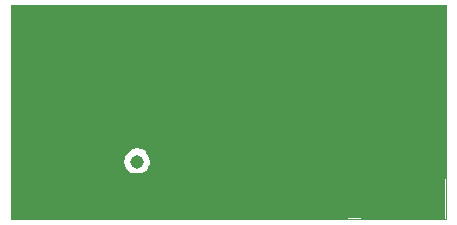
<source format=gbl>
%FSLAX23Y23*%
%MOIN*%
G70*
G01*
G75*
G04 Layer_Physical_Order=3*
G04 Layer_Color=16711680*
%ADD10R,0.025X0.020*%
%ADD11R,0.118X0.053*%
%ADD12R,0.053X0.030*%
%ADD13R,0.020X0.030*%
%ADD14R,0.028X0.012*%
%ADD15R,0.060X0.050*%
%ADD16R,0.040X0.014*%
%ADD17R,0.030X0.020*%
%ADD18O,0.018X0.067*%
%ADD19R,0.016X0.033*%
%ADD20R,0.045X0.014*%
%ADD21R,0.091X0.091*%
%ADD22R,0.045X0.045*%
%ADD23R,0.091X0.028*%
%ADD24R,0.035X0.020*%
%ADD25R,0.012X0.028*%
%ADD26R,0.030X0.030*%
%ADD27R,0.031X0.028*%
%ADD28R,0.050X0.060*%
%ADD29R,0.030X0.030*%
%ADD30R,0.016X0.033*%
%ADD31R,0.031X0.028*%
%ADD32R,0.040X0.040*%
%ADD33C,0.007*%
%ADD34C,0.012*%
%ADD35C,0.050*%
%ADD36C,0.008*%
%ADD37C,0.040*%
%ADD38C,0.015*%
%ADD39C,0.010*%
%ADD40C,0.045*%
%ADD41C,0.035*%
%ADD42C,0.030*%
%ADD43C,0.020*%
%ADD44C,0.025*%
%ADD45R,0.050X0.041*%
%ADD46R,0.349X0.072*%
%ADD47R,0.556X0.105*%
%ADD48R,0.054X0.028*%
%ADD49R,0.063X0.044*%
%ADD50R,0.164X0.141*%
%ADD51R,0.034X0.045*%
%ADD52R,0.035X0.045*%
%ADD53R,0.071X0.041*%
%ADD54R,0.059X0.042*%
%ADD55R,0.062X0.030*%
%ADD56R,1.204X0.056*%
%ADD57R,0.147X0.435*%
%ADD58R,0.095X0.041*%
%ADD59R,0.024X0.051*%
%ADD60R,0.032X0.057*%
%ADD61R,0.149X0.141*%
%ADD62R,0.074X0.050*%
%ADD63C,0.002*%
%ADD64O,0.070X0.090*%
%ADD65C,0.045*%
%ADD66C,0.142*%
%ADD67C,0.020*%
%ADD68C,0.026*%
%ADD69C,0.025*%
%ADD70R,0.057X0.074*%
%ADD71R,0.175X0.176*%
%ADD72R,0.173X0.195*%
%ADD73R,0.217X0.172*%
%ADD74R,0.080X0.071*%
%ADD75R,0.442X0.095*%
%ADD76R,0.071X0.057*%
%ADD77R,0.180X0.107*%
%ADD78R,0.202X0.151*%
%ADD79R,0.209X0.141*%
%ADD80R,0.213X0.084*%
%ADD81R,0.137X0.186*%
%ADD82R,0.236X0.089*%
%ADD83R,0.073X0.070*%
%ADD84R,0.146X0.087*%
%ADD85R,0.079X0.072*%
%ADD86R,0.073X0.086*%
%ADD87R,0.073X0.081*%
%ADD88R,0.182X0.170*%
%ADD89R,0.173X0.225*%
%ADD90R,0.086X0.096*%
%ADD91R,0.118X0.063*%
%ADD92R,0.341X0.153*%
%ADD93R,0.180X0.170*%
G36*
X1506Y-213D02*
X1494Y-222D01*
X1483Y-236D01*
X1475Y-252D01*
X1469Y-269D01*
X1468Y-282D01*
X1559D01*
Y-287D01*
X1564D01*
Y-378D01*
X1577Y-377D01*
X1594Y-371D01*
X1610Y-363D01*
X1624Y-352D01*
X1628Y-346D01*
X1633Y-348D01*
Y-504D01*
X1628Y-506D01*
X1624Y-500D01*
X1610Y-489D01*
X1594Y-481D01*
X1577Y-475D01*
X1564Y-474D01*
Y-565D01*
Y-656D01*
X1577Y-655D01*
X1594Y-649D01*
X1610Y-641D01*
X1624Y-630D01*
X1628Y-624D01*
X1633Y-626D01*
Y-786D01*
X1628Y-787D01*
X1623Y-780D01*
X1609Y-769D01*
X1593Y-761D01*
X1576Y-755D01*
X1563Y-754D01*
Y-845D01*
X1558D01*
Y-850D01*
X1467D01*
X1468Y-863D01*
X1469Y-865D01*
X1465Y-868D01*
X1460Y-866D01*
X1457Y-865D01*
Y-895D01*
X1452D01*
Y-900D01*
X1422D01*
X1423Y-903D01*
X1426Y-910D01*
X1431Y-916D01*
X1432Y-917D01*
X1430Y-922D01*
X1350D01*
X1348Y-917D01*
X1353Y-911D01*
X1356Y-904D01*
X1357Y-901D01*
X1297D01*
X1298Y-904D01*
X1301Y-911D01*
X1306Y-917D01*
X1304Y-922D01*
X1118D01*
X1115Y-918D01*
X1117Y-915D01*
X1120Y-908D01*
X1121Y-905D01*
X1061D01*
X1062Y-908D01*
X1065Y-915D01*
X1067Y-918D01*
X1064Y-922D01*
X876D01*
X874Y-917D01*
X875Y-916D01*
X880Y-910D01*
X883Y-903D01*
X884Y-900D01*
X824D01*
X825Y-903D01*
X828Y-910D01*
X833Y-916D01*
X834Y-917D01*
X832Y-922D01*
X756D01*
X754Y-917D01*
X756Y-915D01*
X761Y-909D01*
X764Y-902D01*
X765Y-899D01*
X705D01*
X706Y-902D01*
X709Y-909D01*
X714Y-915D01*
X716Y-917D01*
X714Y-922D01*
X623D01*
X622Y-917D01*
X625Y-914D01*
X630Y-908D01*
X633Y-901D01*
X634Y-898D01*
X574D01*
X575Y-901D01*
X578Y-908D01*
X583Y-914D01*
X586Y-917D01*
X585Y-922D01*
X488D01*
X487Y-917D01*
X490Y-914D01*
X495Y-908D01*
X498Y-901D01*
X499Y-898D01*
X439D01*
X440Y-901D01*
X443Y-908D01*
X448Y-914D01*
X451Y-917D01*
X450Y-922D01*
X315D01*
X313Y-917D01*
X323Y-910D01*
X334Y-896D01*
X342Y-880D01*
X348Y-863D01*
X349Y-850D01*
X258D01*
Y-845D01*
X253D01*
Y-754D01*
X240Y-755D01*
X223Y-761D01*
X207Y-769D01*
X193Y-780D01*
X189Y-786D01*
X184Y-784D01*
Y-626D01*
X189Y-625D01*
X194Y-632D01*
X196Y-633D01*
X196Y-635D01*
X195Y-638D01*
X225D01*
Y-643D01*
X230D01*
Y-673D01*
X233Y-672D01*
X240Y-669D01*
X245Y-665D01*
X251Y-669D01*
X258Y-672D01*
X261Y-673D01*
Y-643D01*
X271D01*
Y-673D01*
X274Y-672D01*
X281Y-669D01*
X287Y-664D01*
X291D01*
X297Y-669D01*
X304Y-672D01*
X307Y-673D01*
Y-643D01*
X312D01*
Y-638D01*
X342D01*
X341Y-635D01*
X338Y-628D01*
X333Y-622D01*
X333Y-620D01*
X335Y-618D01*
X343Y-602D01*
X349Y-585D01*
X350Y-572D01*
X259D01*
Y-567D01*
X254D01*
Y-476D01*
X241Y-477D01*
X224Y-483D01*
X208Y-491D01*
X194Y-502D01*
X189Y-509D01*
X184Y-508D01*
Y-347D01*
X189Y-345D01*
X193Y-351D01*
X207Y-362D01*
X223Y-370D01*
X240Y-376D01*
X253Y-377D01*
Y-286D01*
X258D01*
Y-281D01*
X349D01*
X348Y-268D01*
X342Y-251D01*
X334Y-235D01*
X323Y-221D01*
X309Y-210D01*
X309Y-208D01*
X1504D01*
X1506Y-213D01*
D02*
G37*
%LPC*%
G36*
X1350Y-751D02*
X1347Y-752D01*
X1340Y-755D01*
X1334Y-760D01*
X1333Y-761D01*
X1328D01*
X1327Y-761D01*
X1321Y-756D01*
X1314Y-753D01*
X1311Y-752D01*
Y-782D01*
X1301D01*
Y-752D01*
X1298Y-753D01*
X1291Y-756D01*
X1285Y-761D01*
X1284Y-762D01*
X1279D01*
X1278Y-762D01*
X1272Y-757D01*
X1265Y-754D01*
X1262Y-753D01*
Y-783D01*
X1257D01*
Y-788D01*
X1227D01*
X1228Y-791D01*
X1230Y-797D01*
X1228Y-803D01*
X1227Y-806D01*
X1257D01*
Y-811D01*
X1262D01*
Y-841D01*
X1265Y-840D01*
X1272Y-837D01*
X1278Y-833D01*
X1283Y-833D01*
X1285Y-835D01*
X1291Y-840D01*
X1298Y-843D01*
X1301Y-844D01*
Y-814D01*
X1311D01*
Y-844D01*
X1314Y-843D01*
X1321Y-840D01*
X1327Y-835D01*
X1329Y-833D01*
X1334D01*
X1336Y-835D01*
X1342Y-840D01*
X1349Y-843D01*
X1352Y-844D01*
Y-814D01*
X1357D01*
Y-809D01*
X1387D01*
X1386Y-806D01*
X1383Y-799D01*
X1381Y-796D01*
X1381Y-796D01*
X1384Y-789D01*
X1385Y-786D01*
X1355D01*
Y-781D01*
X1350D01*
Y-751D01*
D02*
G37*
G36*
X1360D02*
Y-776D01*
X1385D01*
X1384Y-773D01*
X1381Y-766D01*
X1376Y-760D01*
X1370Y-755D01*
X1363Y-752D01*
X1360Y-751D01*
D02*
G37*
G36*
X1252Y-753D02*
X1249Y-754D01*
X1242Y-757D01*
X1236Y-762D01*
X1231Y-768D01*
X1228Y-775D01*
X1227Y-778D01*
X1252D01*
Y-753D01*
D02*
G37*
G36*
X932Y-666D02*
X929Y-667D01*
X922Y-670D01*
X916Y-675D01*
X911Y-681D01*
X908Y-688D01*
X907Y-691D01*
X932D01*
Y-666D01*
D02*
G37*
G36*
X1077Y-701D02*
X1052D01*
Y-725D01*
X1055Y-725D01*
X1062Y-722D01*
X1068Y-717D01*
X1073Y-711D01*
X1076Y-703D01*
X1077Y-701D01*
D02*
G37*
G36*
X932Y-701D02*
X907D01*
X908Y-704D01*
X911Y-711D01*
X916Y-717D01*
X922Y-722D01*
X929Y-725D01*
X932Y-726D01*
Y-701D01*
D02*
G37*
G36*
X524Y-773D02*
Y-798D01*
X549D01*
X548Y-795D01*
X545Y-788D01*
X540Y-782D01*
X534Y-777D01*
X527Y-774D01*
X524Y-773D01*
D02*
G37*
G36*
X640Y-676D02*
X580D01*
X581Y-679D01*
X584Y-686D01*
X585Y-687D01*
X583Y-692D01*
X582Y-693D01*
X573Y-700D01*
X566Y-709D01*
X562Y-719D01*
X560Y-730D01*
X562Y-741D01*
X566Y-751D01*
X573Y-760D01*
X582Y-767D01*
X587Y-769D01*
X589Y-774D01*
X586Y-780D01*
X585Y-794D01*
Y-799D01*
X635D01*
Y-758D01*
X640Y-751D01*
X644Y-741D01*
X645Y-739D01*
X645Y-739D01*
X646Y-730D01*
X644Y-719D01*
X640Y-709D01*
X633Y-700D01*
X631Y-698D01*
Y-693D01*
X631Y-692D01*
X636Y-686D01*
X639Y-679D01*
X640Y-676D01*
D02*
G37*
G36*
X427Y-739D02*
Y-799D01*
X477D01*
Y-794D01*
X476Y-780D01*
X470Y-766D01*
X461Y-755D01*
X450Y-746D01*
X436Y-740D01*
X427Y-739D01*
D02*
G37*
G36*
X417D02*
X408Y-740D01*
X394Y-746D01*
X383Y-755D01*
X374Y-766D01*
X368Y-780D01*
X367Y-794D01*
Y-799D01*
X417D01*
Y-739D01*
D02*
G37*
G36*
X645D02*
Y-799D01*
X695D01*
Y-794D01*
X694Y-780D01*
X688Y-766D01*
X679Y-755D01*
X668Y-746D01*
X654Y-740D01*
X645Y-739D01*
D02*
G37*
G36*
X514Y-773D02*
X511Y-774D01*
X504Y-777D01*
X498Y-782D01*
X493Y-788D01*
X490Y-795D01*
X489Y-798D01*
X514D01*
Y-773D01*
D02*
G37*
G36*
X827Y-774D02*
Y-799D01*
X852D01*
X851Y-796D01*
X848Y-789D01*
X843Y-783D01*
X837Y-778D01*
X830Y-775D01*
X827Y-774D01*
D02*
G37*
G36*
X817D02*
X814Y-775D01*
X807Y-778D01*
X801Y-783D01*
X796Y-789D01*
X793Y-796D01*
X792Y-799D01*
X817D01*
Y-774D01*
D02*
G37*
G36*
X1220Y-590D02*
X1195D01*
X1196Y-593D01*
X1199Y-600D01*
X1204Y-606D01*
X1210Y-611D01*
X1217Y-614D01*
X1220Y-615D01*
Y-590D01*
D02*
G37*
G36*
X1012Y-610D02*
X1008Y-610D01*
X1000Y-614D01*
X993Y-619D01*
X993D01*
X986Y-614D01*
X978Y-610D01*
X974Y-610D01*
Y-642D01*
X969D01*
Y-647D01*
X937D01*
X937Y-651D01*
X941Y-659D01*
X943Y-662D01*
X940Y-666D01*
X942Y-666D01*
Y-696D01*
Y-726D01*
X945Y-725D01*
X952Y-722D01*
X956Y-720D01*
X961Y-722D01*
X964Y-722D01*
Y-690D01*
X974D01*
Y-722D01*
X978Y-722D01*
X986Y-718D01*
X993Y-713D01*
X993D01*
X1000Y-718D01*
X1008Y-722D01*
X1012Y-722D01*
Y-690D01*
X1022D01*
Y-722D01*
X1025Y-722D01*
X1030Y-720D01*
X1032Y-722D01*
X1039Y-725D01*
X1042Y-725D01*
Y-696D01*
Y-666D01*
X1046Y-665D01*
X1044Y-661D01*
X1045Y-659D01*
X1049Y-651D01*
X1049Y-647D01*
X1017D01*
Y-642D01*
X1012D01*
Y-610D01*
D02*
G37*
G36*
X1022D02*
Y-637D01*
X1049D01*
X1049Y-634D01*
X1045Y-626D01*
X1040Y-619D01*
X1033Y-614D01*
X1025Y-610D01*
X1022Y-610D01*
D02*
G37*
G36*
X604Y-587D02*
X601Y-588D01*
X594Y-591D01*
X588Y-596D01*
X583Y-602D01*
X580Y-609D01*
X579Y-612D01*
X604D01*
Y-587D01*
D02*
G37*
G36*
X958Y-556D02*
X934D01*
X934Y-559D01*
X937Y-566D01*
X942Y-572D01*
X948Y-577D01*
X956Y-580D01*
X958Y-581D01*
Y-556D01*
D02*
G37*
G36*
X1355Y-576D02*
Y-601D01*
X1380D01*
X1379Y-598D01*
X1376Y-591D01*
X1371Y-585D01*
X1365Y-580D01*
X1358Y-577D01*
X1355Y-576D01*
D02*
G37*
G36*
X614Y-587D02*
Y-612D01*
X639D01*
X638Y-609D01*
X635Y-602D01*
X630Y-596D01*
X624Y-591D01*
X617Y-588D01*
X614Y-587D01*
D02*
G37*
G36*
X964Y-610D02*
X961Y-610D01*
X953Y-614D01*
X946Y-619D01*
X941Y-626D01*
X937Y-634D01*
X937Y-637D01*
X964D01*
Y-610D01*
D02*
G37*
G36*
X342Y-648D02*
X317D01*
Y-673D01*
X320Y-672D01*
X327Y-669D01*
X333Y-664D01*
X338Y-658D01*
X341Y-651D01*
X342Y-648D01*
D02*
G37*
G36*
X220D02*
X195D01*
X196Y-651D01*
X199Y-658D01*
X204Y-664D01*
X210Y-669D01*
X217Y-672D01*
X220Y-673D01*
Y-648D01*
D02*
G37*
G36*
X1052Y-666D02*
Y-691D01*
X1077D01*
X1076Y-688D01*
X1073Y-680D01*
X1068Y-674D01*
X1062Y-669D01*
X1055Y-666D01*
X1052Y-666D01*
D02*
G37*
G36*
X1263Y-643D02*
X1238D01*
X1239Y-646D01*
X1242Y-653D01*
X1247Y-659D01*
X1253Y-664D01*
X1260Y-667D01*
X1263Y-668D01*
Y-643D01*
D02*
G37*
G36*
X1554Y-570D02*
X1468D01*
X1469Y-583D01*
X1475Y-600D01*
X1483Y-616D01*
X1494Y-630D01*
X1508Y-641D01*
X1524Y-649D01*
X1541Y-655D01*
X1554Y-656D01*
Y-570D01*
D02*
G37*
G36*
X639Y-622D02*
X579D01*
X580Y-625D01*
X583Y-632D01*
X588Y-638D01*
X592Y-642D01*
Y-647D01*
X589Y-650D01*
X584Y-656D01*
X581Y-663D01*
X580Y-666D01*
X640D01*
X639Y-663D01*
X636Y-656D01*
X631Y-650D01*
X625Y-645D01*
X624Y-644D01*
Y-643D01*
X630Y-638D01*
X635Y-632D01*
X638Y-625D01*
X639Y-622D01*
D02*
G37*
G36*
X1381Y-643D02*
X1356D01*
Y-668D01*
X1359Y-667D01*
X1366Y-664D01*
X1372Y-659D01*
X1377Y-653D01*
X1380Y-646D01*
X1381Y-643D01*
D02*
G37*
G36*
X464Y-863D02*
X461Y-864D01*
X454Y-867D01*
X448Y-872D01*
X443Y-878D01*
X440Y-885D01*
X439Y-888D01*
X464D01*
Y-863D01*
D02*
G37*
G36*
X1005Y-828D02*
Y-858D01*
Y-888D01*
X1008Y-887D01*
X1015Y-884D01*
X1016Y-883D01*
X1019Y-885D01*
X1026Y-888D01*
X1029Y-889D01*
Y-859D01*
Y-829D01*
X1026Y-830D01*
X1019Y-833D01*
X1018Y-834D01*
X1015Y-832D01*
X1008Y-829D01*
X1005Y-828D01*
D02*
G37*
G36*
X740Y-864D02*
Y-889D01*
X765D01*
X764Y-886D01*
X761Y-879D01*
X756Y-873D01*
X750Y-868D01*
X743Y-865D01*
X740Y-864D01*
D02*
G37*
G36*
X474Y-863D02*
Y-888D01*
X499D01*
X498Y-885D01*
X495Y-878D01*
X490Y-872D01*
X484Y-867D01*
X477Y-864D01*
X474Y-863D01*
D02*
G37*
G36*
X477Y-809D02*
X427D01*
Y-869D01*
X436Y-868D01*
X450Y-862D01*
X461Y-853D01*
X470Y-842D01*
X476Y-828D01*
X477Y-814D01*
Y-809D01*
D02*
G37*
G36*
X417D02*
X367D01*
Y-814D01*
X368Y-828D01*
X374Y-842D01*
X383Y-853D01*
X394Y-862D01*
X408Y-868D01*
X417Y-869D01*
Y-809D01*
D02*
G37*
G36*
X599Y-863D02*
X596Y-864D01*
X589Y-867D01*
X583Y-872D01*
X578Y-878D01*
X575Y-885D01*
X574Y-888D01*
X599D01*
Y-863D01*
D02*
G37*
G36*
X1332Y-866D02*
Y-891D01*
X1357D01*
X1356Y-888D01*
X1353Y-881D01*
X1348Y-875D01*
X1342Y-870D01*
X1335Y-867D01*
X1332Y-866D01*
D02*
G37*
G36*
X1322D02*
X1319Y-867D01*
X1312Y-870D01*
X1306Y-875D01*
X1301Y-881D01*
X1298Y-888D01*
X1297Y-891D01*
X1322D01*
Y-866D01*
D02*
G37*
G36*
X1039Y-829D02*
Y-859D01*
Y-889D01*
X1042Y-888D01*
X1049Y-885D01*
X1053Y-882D01*
X1059Y-886D01*
X1060Y-887D01*
X1062Y-891D01*
X1062Y-892D01*
X1061Y-895D01*
X1121D01*
X1120Y-892D01*
X1117Y-885D01*
X1112Y-879D01*
X1106Y-874D01*
X1105Y-873D01*
X1103Y-869D01*
X1103Y-868D01*
X1104Y-865D01*
X1074D01*
Y-860D01*
X1069D01*
Y-830D01*
X1066Y-831D01*
X1059Y-834D01*
X1055Y-837D01*
X1049Y-833D01*
X1042Y-830D01*
X1039Y-829D01*
D02*
G37*
G36*
X849Y-865D02*
X846Y-866D01*
X839Y-869D01*
X833Y-874D01*
X828Y-880D01*
X825Y-887D01*
X824Y-890D01*
X849D01*
Y-865D01*
D02*
G37*
G36*
X730Y-864D02*
X727Y-865D01*
X720Y-868D01*
X714Y-873D01*
X709Y-879D01*
X706Y-886D01*
X705Y-889D01*
X730D01*
Y-864D01*
D02*
G37*
G36*
X936Y-829D02*
Y-859D01*
Y-889D01*
X939Y-888D01*
X946Y-885D01*
X947Y-886D01*
X954Y-889D01*
X957Y-890D01*
Y-860D01*
Y-830D01*
X954Y-831D01*
X947Y-834D01*
X946Y-833D01*
X939Y-830D01*
X936Y-829D01*
D02*
G37*
G36*
X1447Y-865D02*
X1444Y-866D01*
X1437Y-869D01*
X1431Y-874D01*
X1426Y-880D01*
X1423Y-887D01*
X1422Y-890D01*
X1447D01*
Y-865D01*
D02*
G37*
G36*
X635Y-809D02*
X585D01*
Y-814D01*
X586Y-828D01*
X592Y-842D01*
X601Y-853D01*
X607Y-858D01*
X605Y-863D01*
X609Y-863D01*
Y-888D01*
X634D01*
X633Y-885D01*
X630Y-878D01*
X626Y-872D01*
X628Y-868D01*
X635Y-869D01*
Y-809D01*
D02*
G37*
G36*
X926Y-829D02*
X923Y-830D01*
X916Y-833D01*
X912Y-836D01*
X905Y-833D01*
X902Y-832D01*
Y-862D01*
Y-892D01*
X905Y-891D01*
X912Y-888D01*
X916Y-885D01*
X923Y-888D01*
X926Y-889D01*
Y-859D01*
Y-829D01*
D02*
G37*
G36*
X995Y-828D02*
X992Y-829D01*
X985Y-832D01*
X980Y-836D01*
X977Y-834D01*
X970Y-831D01*
X967Y-830D01*
Y-860D01*
Y-890D01*
X970Y-889D01*
X977Y-886D01*
X982Y-882D01*
X985Y-884D01*
X992Y-887D01*
X995Y-888D01*
Y-858D01*
Y-828D01*
D02*
G37*
G36*
X1553Y-754D02*
X1540Y-755D01*
X1523Y-761D01*
X1507Y-769D01*
X1493Y-780D01*
X1482Y-794D01*
X1474Y-810D01*
X1468Y-827D01*
X1467Y-840D01*
X1553D01*
Y-754D01*
D02*
G37*
G36*
X817Y-809D02*
X792D01*
X793Y-812D01*
X796Y-819D01*
X801Y-825D01*
X807Y-830D01*
X814Y-833D01*
X817Y-834D01*
Y-809D01*
D02*
G37*
G36*
X549Y-808D02*
X524D01*
Y-833D01*
X527Y-832D01*
X534Y-829D01*
X540Y-824D01*
X545Y-818D01*
X548Y-811D01*
X549Y-808D01*
D02*
G37*
G36*
X514D02*
X489D01*
X490Y-811D01*
X493Y-818D01*
X498Y-824D01*
X504Y-829D01*
X511Y-832D01*
X514Y-833D01*
Y-808D01*
D02*
G37*
G36*
X852Y-809D02*
X827D01*
Y-834D01*
X830Y-833D01*
X837Y-830D01*
X843Y-825D01*
X848Y-819D01*
X851Y-812D01*
X852Y-809D01*
D02*
G37*
G36*
X892Y-832D02*
X889Y-833D01*
X882Y-836D01*
X876Y-841D01*
X871Y-847D01*
X868Y-854D01*
X867Y-857D01*
X892D01*
Y-832D01*
D02*
G37*
G36*
X867Y-863D02*
X863Y-866D01*
X862Y-866D01*
X859Y-865D01*
Y-890D01*
X884D01*
X884Y-894D01*
X888Y-891D01*
X889Y-891D01*
X892Y-892D01*
Y-867D01*
X867D01*
X867Y-863D01*
D02*
G37*
G36*
X695Y-809D02*
X645D01*
Y-869D01*
X654Y-868D01*
X668Y-862D01*
X679Y-853D01*
X688Y-842D01*
X694Y-828D01*
X695Y-814D01*
Y-809D01*
D02*
G37*
G36*
X1079Y-830D02*
Y-855D01*
X1104D01*
X1103Y-852D01*
X1100Y-845D01*
X1095Y-839D01*
X1089Y-834D01*
X1082Y-831D01*
X1079Y-830D01*
D02*
G37*
G36*
X263Y-754D02*
Y-840D01*
X349D01*
X348Y-827D01*
X342Y-810D01*
X334Y-794D01*
X323Y-780D01*
X309Y-769D01*
X293Y-761D01*
X276Y-755D01*
X263Y-754D01*
D02*
G37*
G36*
X1252Y-816D02*
X1227D01*
X1228Y-819D01*
X1231Y-826D01*
X1236Y-832D01*
X1242Y-837D01*
X1249Y-840D01*
X1252Y-841D01*
Y-816D01*
D02*
G37*
G36*
X1387Y-819D02*
X1362D01*
Y-844D01*
X1365Y-843D01*
X1372Y-840D01*
X1378Y-835D01*
X1383Y-829D01*
X1386Y-822D01*
X1387Y-819D01*
D02*
G37*
G36*
X1193Y-359D02*
X1168D01*
Y-384D01*
X1171Y-383D01*
X1178Y-380D01*
X1184Y-375D01*
X1189Y-369D01*
X1192Y-362D01*
X1193Y-359D01*
D02*
G37*
G36*
X1158D02*
X1133D01*
X1134Y-362D01*
X1137Y-369D01*
X1142Y-375D01*
X1148Y-380D01*
X1155Y-383D01*
X1158Y-384D01*
Y-359D01*
D02*
G37*
G36*
X1338Y-383D02*
X1335Y-384D01*
X1328Y-387D01*
X1322Y-392D01*
X1317Y-393D01*
X1311Y-388D01*
X1304Y-385D01*
X1301Y-384D01*
Y-414D01*
Y-444D01*
X1304Y-443D01*
X1311Y-440D01*
X1317Y-435D01*
X1322Y-434D01*
X1328Y-439D01*
X1335Y-442D01*
X1338Y-443D01*
Y-413D01*
Y-383D01*
D02*
G37*
G36*
X772Y-356D02*
X769Y-357D01*
X762Y-360D01*
X756Y-365D01*
X751Y-371D01*
X748Y-378D01*
X747Y-381D01*
X772D01*
Y-356D01*
D02*
G37*
G36*
X349Y-291D02*
X263D01*
Y-377D01*
X276Y-376D01*
X293Y-370D01*
X309Y-362D01*
X323Y-351D01*
X334Y-337D01*
X342Y-321D01*
X348Y-304D01*
X349Y-291D01*
D02*
G37*
G36*
X1554Y-292D02*
X1468D01*
X1469Y-305D01*
X1475Y-322D01*
X1483Y-338D01*
X1494Y-352D01*
X1508Y-363D01*
X1524Y-371D01*
X1541Y-377D01*
X1554Y-378D01*
Y-292D01*
D02*
G37*
G36*
X782Y-356D02*
Y-381D01*
X807D01*
X806Y-378D01*
X803Y-371D01*
X798Y-365D01*
X792Y-360D01*
X785Y-357D01*
X782Y-356D01*
D02*
G37*
G36*
X925Y-384D02*
X900D01*
X901Y-387D01*
X904Y-394D01*
X909Y-400D01*
X915Y-405D01*
X922Y-408D01*
X925Y-409D01*
Y-384D01*
D02*
G37*
G36*
X1291Y-384D02*
X1288Y-385D01*
X1281Y-388D01*
X1275Y-393D01*
X1270Y-399D01*
X1267Y-406D01*
X1266Y-409D01*
X1291D01*
Y-384D01*
D02*
G37*
G36*
X1431Y-389D02*
Y-414D01*
X1456D01*
X1455Y-411D01*
X1452Y-404D01*
X1447Y-398D01*
X1441Y-393D01*
X1434Y-390D01*
X1431Y-389D01*
D02*
G37*
G36*
X960Y-384D02*
X935D01*
Y-409D01*
X938Y-408D01*
X945Y-405D01*
X951Y-400D01*
X956Y-394D01*
X959Y-387D01*
X960Y-384D01*
D02*
G37*
G36*
X1030Y-372D02*
X1005D01*
Y-397D01*
X1008Y-396D01*
X1015Y-393D01*
X1021Y-388D01*
X1026Y-382D01*
X1029Y-375D01*
X1030Y-372D01*
D02*
G37*
G36*
X995D02*
X970D01*
X971Y-375D01*
X974Y-382D01*
X979Y-388D01*
X985Y-393D01*
X992Y-396D01*
X995Y-397D01*
Y-372D01*
D02*
G37*
G36*
X1348Y-383D02*
Y-408D01*
X1373D01*
X1372Y-405D01*
X1369Y-398D01*
X1364Y-392D01*
X1358Y-387D01*
X1351Y-384D01*
X1348Y-383D01*
D02*
G37*
G36*
X925Y-349D02*
X922Y-350D01*
X915Y-353D01*
X909Y-358D01*
X904Y-364D01*
X901Y-371D01*
X900Y-374D01*
X925D01*
Y-349D01*
D02*
G37*
G36*
X1167Y-287D02*
Y-312D01*
X1192D01*
X1191Y-309D01*
X1188Y-302D01*
X1183Y-296D01*
X1177Y-291D01*
X1170Y-288D01*
X1167Y-287D01*
D02*
G37*
G36*
X1157D02*
X1154Y-288D01*
X1147Y-291D01*
X1141Y-296D01*
X1136Y-302D01*
X1133Y-309D01*
X1132Y-312D01*
X1157D01*
Y-287D01*
D02*
G37*
G36*
X762Y-318D02*
X737D01*
Y-343D01*
X740Y-342D01*
X747Y-339D01*
X753Y-334D01*
X758Y-328D01*
X761Y-321D01*
X762Y-318D01*
D02*
G37*
G36*
X634Y-284D02*
X631Y-285D01*
X624Y-288D01*
X618Y-293D01*
X613Y-299D01*
X610Y-306D01*
X609Y-309D01*
X634D01*
Y-284D01*
D02*
G37*
G36*
X737Y-283D02*
Y-308D01*
X762D01*
X761Y-305D01*
X758Y-298D01*
X753Y-292D01*
X747Y-287D01*
X740Y-284D01*
X737Y-283D01*
D02*
G37*
G36*
X727D02*
X724Y-284D01*
X717Y-287D01*
X711Y-292D01*
X706Y-298D01*
X703Y-305D01*
X702Y-308D01*
X727D01*
Y-283D01*
D02*
G37*
G36*
X644Y-284D02*
Y-309D01*
X669D01*
X668Y-306D01*
X665Y-299D01*
X660Y-293D01*
X654Y-288D01*
X647Y-285D01*
X644Y-284D01*
D02*
G37*
G36*
X1005Y-337D02*
Y-362D01*
X1030D01*
X1029Y-359D01*
X1026Y-352D01*
X1021Y-346D01*
X1015Y-341D01*
X1008Y-338D01*
X1005Y-337D01*
D02*
G37*
G36*
X995D02*
X992Y-338D01*
X985Y-341D01*
X979Y-346D01*
X974Y-352D01*
X971Y-359D01*
X970Y-362D01*
X995D01*
Y-337D01*
D02*
G37*
G36*
X935Y-349D02*
Y-374D01*
X960D01*
X959Y-371D01*
X956Y-364D01*
X951Y-358D01*
X945Y-353D01*
X938Y-350D01*
X935Y-349D01*
D02*
G37*
G36*
X1192Y-322D02*
X1132D01*
X1133Y-325D01*
X1136Y-332D01*
X1139Y-336D01*
X1137Y-339D01*
X1134Y-346D01*
X1133Y-349D01*
X1193D01*
X1192Y-346D01*
X1189Y-339D01*
X1186Y-335D01*
X1188Y-332D01*
X1191Y-325D01*
X1192Y-322D01*
D02*
G37*
G36*
X727Y-318D02*
X702D01*
X703Y-321D01*
X706Y-328D01*
X711Y-334D01*
X717Y-339D01*
X724Y-342D01*
X727Y-343D01*
Y-318D01*
D02*
G37*
G36*
X669Y-319D02*
X644D01*
Y-344D01*
X647Y-343D01*
X654Y-340D01*
X660Y-335D01*
X665Y-329D01*
X668Y-322D01*
X669Y-319D01*
D02*
G37*
G36*
X634D02*
X609D01*
X610Y-322D01*
X613Y-329D01*
X618Y-335D01*
X624Y-340D01*
X631Y-343D01*
X634Y-344D01*
Y-319D01*
D02*
G37*
G36*
X1045Y-520D02*
Y-545D01*
X1070D01*
X1069Y-542D01*
X1066Y-535D01*
X1061Y-529D01*
X1055Y-524D01*
X1048Y-521D01*
X1045Y-520D01*
D02*
G37*
G36*
X958Y-521D02*
X956Y-522D01*
X948Y-525D01*
X942Y-530D01*
X937Y-536D01*
X934Y-543D01*
X934Y-546D01*
X958D01*
Y-521D01*
D02*
G37*
G36*
X1554Y-474D02*
X1541Y-475D01*
X1524Y-481D01*
X1508Y-489D01*
X1494Y-500D01*
X1483Y-514D01*
X1475Y-530D01*
X1469Y-547D01*
X1468Y-560D01*
X1554D01*
Y-474D01*
D02*
G37*
G36*
X1112Y-510D02*
X1109Y-511D01*
X1102Y-514D01*
X1096Y-519D01*
X1091Y-525D01*
X1088Y-532D01*
X1087Y-535D01*
X1112D01*
Y-510D01*
D02*
G37*
G36*
X1035Y-520D02*
X1032Y-521D01*
X1025Y-524D01*
X1021Y-527D01*
X1018Y-525D01*
X1011Y-522D01*
X1008Y-521D01*
Y-551D01*
Y-581D01*
X1011Y-580D01*
X1018Y-577D01*
X1022Y-574D01*
X1025Y-576D01*
X1032Y-579D01*
X1035Y-580D01*
Y-550D01*
Y-520D01*
D02*
G37*
G36*
X998Y-521D02*
X995Y-522D01*
X988Y-525D01*
X983Y-528D01*
X979Y-525D01*
X971Y-522D01*
X968Y-521D01*
Y-551D01*
Y-581D01*
X971Y-580D01*
X979Y-577D01*
X983Y-574D01*
X988Y-577D01*
X995Y-580D01*
X998Y-581D01*
Y-551D01*
Y-521D01*
D02*
G37*
G36*
X1122Y-510D02*
Y-535D01*
X1147D01*
X1146Y-532D01*
X1143Y-525D01*
X1138Y-519D01*
X1132Y-514D01*
X1125Y-511D01*
X1122Y-510D01*
D02*
G37*
G36*
X1287Y-548D02*
Y-573D01*
X1312D01*
X1311Y-570D01*
X1308Y-563D01*
X1303Y-557D01*
X1297Y-552D01*
X1290Y-549D01*
X1287Y-548D01*
D02*
G37*
G36*
X1070Y-555D02*
X1045D01*
Y-580D01*
X1048Y-579D01*
X1055Y-576D01*
X1061Y-571D01*
X1066Y-565D01*
X1069Y-558D01*
X1070Y-555D01*
D02*
G37*
G36*
X1220Y-555D02*
X1217Y-556D01*
X1210Y-559D01*
X1204Y-564D01*
X1199Y-570D01*
X1196Y-577D01*
X1195Y-580D01*
X1220D01*
Y-555D01*
D02*
G37*
G36*
X1112Y-545D02*
X1087D01*
X1088Y-548D01*
X1091Y-555D01*
X1096Y-561D01*
X1102Y-566D01*
X1109Y-569D01*
X1112Y-570D01*
Y-545D01*
D02*
G37*
G36*
X264Y-476D02*
Y-562D01*
X350D01*
X349Y-549D01*
X343Y-532D01*
X335Y-516D01*
X324Y-502D01*
X310Y-491D01*
X294Y-483D01*
X277Y-477D01*
X264Y-476D01*
D02*
G37*
G36*
X1277Y-548D02*
X1274Y-549D01*
X1267Y-552D01*
X1261Y-557D01*
X1256Y-563D01*
X1254Y-567D01*
X1249Y-567D01*
X1246Y-564D01*
X1240Y-559D01*
X1233Y-556D01*
X1230Y-555D01*
Y-585D01*
Y-615D01*
X1233Y-614D01*
X1235Y-613D01*
X1239Y-615D01*
X1242Y-621D01*
X1242Y-622D01*
X1242Y-623D01*
X1239Y-630D01*
X1238Y-633D01*
X1268D01*
Y-638D01*
X1273D01*
Y-668D01*
X1276Y-667D01*
X1283Y-664D01*
X1288Y-660D01*
X1293Y-664D01*
X1300Y-667D01*
X1303Y-668D01*
Y-638D01*
X1313D01*
Y-668D01*
X1316Y-667D01*
X1323Y-664D01*
X1329Y-659D01*
X1330D01*
X1336Y-664D01*
X1343Y-667D01*
X1346Y-668D01*
Y-638D01*
X1351D01*
Y-633D01*
X1381D01*
X1380Y-630D01*
X1377Y-623D01*
X1376Y-621D01*
X1376Y-621D01*
X1379Y-614D01*
X1380Y-611D01*
X1350D01*
Y-606D01*
X1345D01*
Y-576D01*
X1342Y-577D01*
X1335Y-580D01*
X1329Y-585D01*
X1327Y-587D01*
X1322Y-583D01*
X1315Y-580D01*
X1312Y-579D01*
X1312Y-583D01*
X1282D01*
Y-578D01*
X1277D01*
Y-548D01*
D02*
G37*
G36*
X1147Y-545D02*
X1122D01*
Y-570D01*
X1125Y-569D01*
X1132Y-566D01*
X1138Y-561D01*
X1143Y-555D01*
X1146Y-548D01*
X1147Y-545D01*
D02*
G37*
G36*
X741Y-491D02*
X716D01*
X717Y-494D01*
X720Y-501D01*
X725Y-507D01*
X731Y-512D01*
X738Y-515D01*
X741Y-516D01*
Y-491D01*
D02*
G37*
G36*
X1111Y-397D02*
X1108Y-398D01*
X1101Y-401D01*
X1095Y-406D01*
X1090Y-412D01*
X1087Y-419D01*
X1086Y-422D01*
X1111D01*
Y-397D01*
D02*
G37*
G36*
X1373Y-418D02*
X1348D01*
Y-443D01*
X1351Y-442D01*
X1358Y-439D01*
X1364Y-434D01*
X1369Y-428D01*
X1372Y-421D01*
X1373Y-418D01*
D02*
G37*
G36*
X1291Y-419D02*
X1266D01*
X1267Y-422D01*
X1270Y-429D01*
X1275Y-435D01*
X1281Y-440D01*
X1288Y-443D01*
X1291Y-444D01*
Y-419D01*
D02*
G37*
G36*
X1121Y-397D02*
Y-422D01*
X1146D01*
X1145Y-419D01*
X1142Y-412D01*
X1137Y-406D01*
X1131Y-401D01*
X1124Y-398D01*
X1121Y-397D01*
D02*
G37*
G36*
X1421Y-389D02*
X1418Y-390D01*
X1411Y-393D01*
X1405Y-398D01*
X1400Y-404D01*
X1397Y-411D01*
X1396Y-414D01*
X1421D01*
Y-389D01*
D02*
G37*
G36*
X807Y-391D02*
X782D01*
Y-416D01*
X785Y-415D01*
X792Y-412D01*
X798Y-407D01*
X803Y-401D01*
X806Y-394D01*
X807Y-391D01*
D02*
G37*
G36*
X772D02*
X747D01*
X748Y-394D01*
X751Y-401D01*
X756Y-407D01*
X762Y-412D01*
X769Y-415D01*
X772Y-416D01*
Y-391D01*
D02*
G37*
G36*
X751Y-456D02*
Y-481D01*
X776D01*
X775Y-478D01*
X772Y-471D01*
X767Y-465D01*
X761Y-460D01*
X754Y-457D01*
X751Y-456D01*
D02*
G37*
G36*
X741D02*
X738Y-457D01*
X731Y-460D01*
X725Y-465D01*
X720Y-471D01*
X717Y-478D01*
X716Y-481D01*
X741D01*
Y-456D01*
D02*
G37*
G36*
X776Y-491D02*
X751D01*
Y-516D01*
X754Y-515D01*
X761Y-512D01*
X767Y-507D01*
X772Y-501D01*
X775Y-494D01*
X776Y-491D01*
D02*
G37*
G36*
X1111Y-432D02*
X1086D01*
X1087Y-435D01*
X1090Y-442D01*
X1095Y-448D01*
X1101Y-453D01*
X1108Y-456D01*
X1111Y-457D01*
Y-432D01*
D02*
G37*
G36*
X1456Y-424D02*
X1431D01*
Y-449D01*
X1434Y-448D01*
X1441Y-445D01*
X1447Y-440D01*
X1452Y-434D01*
X1455Y-427D01*
X1456Y-424D01*
D02*
G37*
G36*
X1421D02*
X1396D01*
X1397Y-427D01*
X1400Y-434D01*
X1405Y-440D01*
X1411Y-445D01*
X1418Y-448D01*
X1421Y-449D01*
Y-424D01*
D02*
G37*
G36*
X1146Y-432D02*
X1121D01*
Y-457D01*
X1124Y-456D01*
X1131Y-453D01*
X1137Y-448D01*
X1142Y-442D01*
X1145Y-435D01*
X1146Y-432D01*
D02*
G37*
%LPD*%
D43*
X657Y-727D02*
G03*
X657Y-730I-54J-2D01*
G01*
D63*
X183Y-208D02*
X1633D01*
Y-922D02*
Y-208D01*
X183Y-922D02*
Y-208D01*
Y-922D02*
X1633D01*
D64*
X422Y-804D02*
D03*
X640D02*
D03*
D65*
X603Y-730D02*
D03*
D66*
X1558Y-845D02*
D03*
X1559Y-565D02*
D03*
Y-287D02*
D03*
X258Y-845D02*
D03*
Y-286D02*
D03*
X259Y-567D02*
D03*
D67*
X746Y-486D02*
D03*
X777Y-386D02*
D03*
X701Y-278D02*
D03*
X1000Y-367D02*
D03*
X604Y-893D02*
D03*
X639Y-314D02*
D03*
X519Y-803D02*
D03*
X735Y-894D02*
D03*
X225Y-643D02*
D03*
X312D02*
D03*
X897Y-862D02*
D03*
X1000Y-858D02*
D03*
X1034Y-859D02*
D03*
X1074Y-860D02*
D03*
X937Y-696D02*
D03*
X1047Y-696D02*
D03*
X962Y-860D02*
D03*
X931Y-859D02*
D03*
X1117Y-540D02*
D03*
X1040Y-550D02*
D03*
X963Y-551D02*
D03*
X1003D02*
D03*
X1249Y-647D02*
D03*
X1364D02*
D03*
X1285D02*
D03*
Y-607D02*
D03*
X1249Y-608D02*
D03*
X1364Y-605D02*
D03*
X1288Y-772D02*
D03*
Y-806D02*
D03*
X1248Y-771D02*
D03*
Y-802D02*
D03*
X1366Y-772D02*
D03*
Y-805D02*
D03*
X1225Y-585D02*
D03*
X1341Y-575D02*
D03*
X1090Y-415D02*
D03*
X1239Y-363D02*
D03*
X1277D02*
D03*
X1509Y-483D02*
D03*
X266Y-643D02*
D03*
X930Y-379D02*
D03*
X610Y-671D02*
D03*
X609Y-617D02*
D03*
X854Y-895D02*
D03*
X1091Y-900D02*
D03*
X1327Y-896D02*
D03*
X1452Y-895D02*
D03*
X469Y-893D02*
D03*
X822Y-804D02*
D03*
X1149Y-244D02*
D03*
X1183Y-245D02*
D03*
X1206Y-248D02*
D03*
X1327Y-607D02*
D03*
X1326Y-647D02*
D03*
X1325Y-772D02*
D03*
Y-805D02*
D03*
X1510Y-443D02*
D03*
X1497Y-381D02*
D03*
D68*
X1026Y-634D02*
D03*
X961D02*
D03*
X992D02*
D03*
X960Y-698D02*
D03*
D69*
X1026Y-699D02*
D03*
X991Y-698D02*
D03*
X1026Y-664D02*
D03*
X992Y-665D02*
D03*
X961D02*
D03*
D70*
X672Y-773D02*
D03*
D71*
X1546Y-296D02*
D03*
D72*
Y-566D02*
D03*
D73*
X1523Y-835D02*
D03*
D74*
X818Y-804D02*
D03*
D75*
X913Y-873D02*
D03*
D76*
X1326Y-891D02*
D03*
D77*
X1311Y-799D02*
D03*
D78*
X993Y-668D02*
D03*
D79*
X1294Y-607D02*
D03*
D80*
X1360Y-410D02*
D03*
D81*
X1143Y-368D02*
D03*
D82*
X1044Y-545D02*
D03*
D83*
X744Y-486D02*
D03*
D84*
X967Y-373D02*
D03*
D85*
X774Y-386D02*
D03*
D86*
X735Y-317D02*
D03*
D87*
X641Y-312D02*
D03*
D88*
X273Y-293D02*
D03*
D89*
X269Y-581D02*
D03*
D90*
X605Y-632D02*
D03*
D91*
X425Y-756D02*
D03*
D92*
X535Y-845D02*
D03*
D93*
X274Y-836D02*
D03*
M02*

</source>
